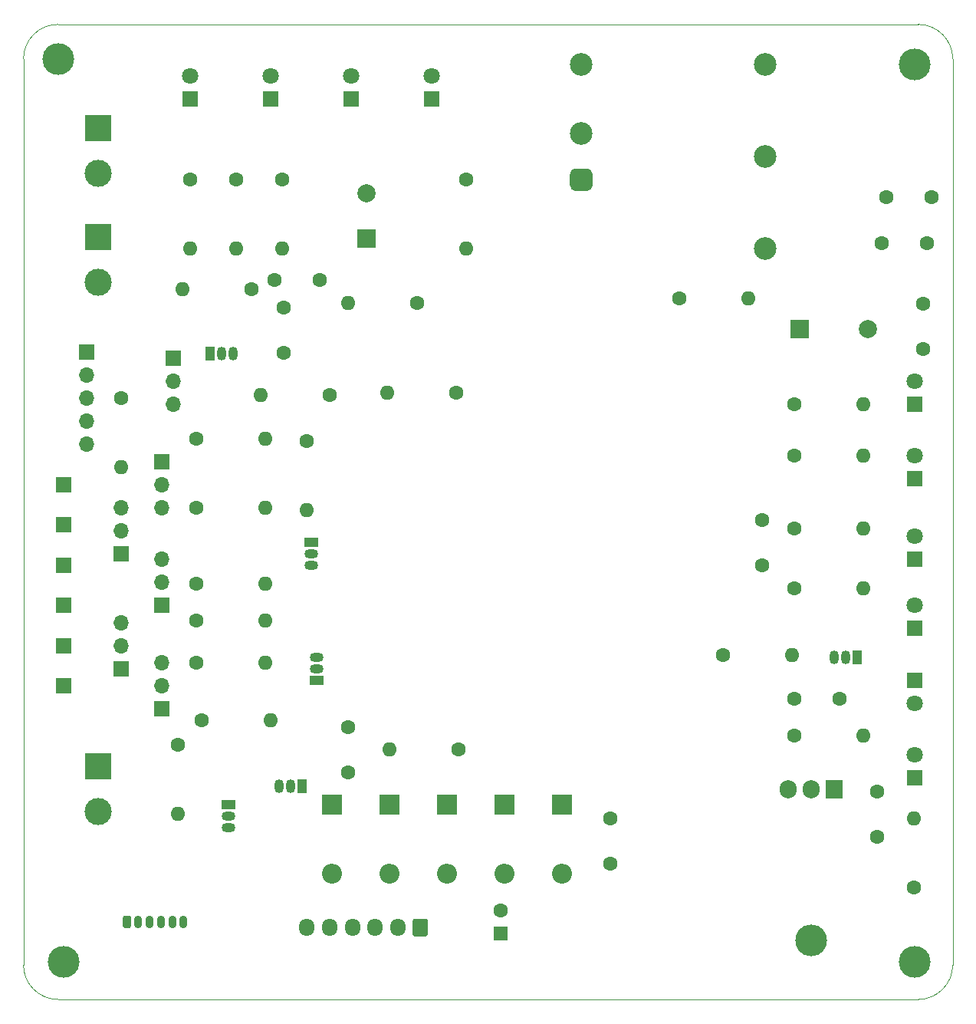
<source format=gbs>
%TF.GenerationSoftware,KiCad,Pcbnew,(5.1.10)-1*%
%TF.CreationDate,2021-11-21T12:30:28+02:00*%
%TF.ProjectId,217243401_Crawler_2021,32313732-3433-4343-9031-5f437261776c,rev?*%
%TF.SameCoordinates,Original*%
%TF.FileFunction,Soldermask,Bot*%
%TF.FilePolarity,Negative*%
%FSLAX46Y46*%
G04 Gerber Fmt 4.6, Leading zero omitted, Abs format (unit mm)*
G04 Created by KiCad (PCBNEW (5.1.10)-1) date 2021-11-21 12:30:28*
%MOMM*%
%LPD*%
G01*
G04 APERTURE LIST*
%TA.AperFunction,Profile*%
%ADD10C,0.050000*%
%TD*%
%ADD11C,3.500000*%
%ADD12R,2.000000X2.000000*%
%ADD13C,2.000000*%
%ADD14C,1.600000*%
%ADD15R,1.600000X1.600000*%
%ADD16C,1.800000*%
%ADD17R,1.800000X1.800000*%
%ADD18R,2.200000X2.200000*%
%ADD19O,2.200000X2.200000*%
%ADD20O,1.700000X1.950000*%
%ADD21O,0.900000X1.400000*%
%ADD22R,1.700000X1.700000*%
%ADD23O,1.700000X1.700000*%
%ADD24R,1.500000X1.050000*%
%ADD25O,1.500000X1.050000*%
%ADD26R,1.050000X1.500000*%
%ADD27O,1.050000X1.500000*%
%ADD28O,1.600000X1.600000*%
%ADD29O,3.500000X3.500000*%
%ADD30R,1.905000X2.000000*%
%ADD31O,1.905000X2.000000*%
%ADD32C,2.500000*%
%ADD33C,3.000000*%
%ADD34R,3.000000X3.000000*%
G04 APERTURE END LIST*
D10*
X76835000Y-46355000D02*
X171835000Y-46355000D01*
X73025000Y-150165000D02*
X73025000Y-50165000D01*
X171835000Y-153975000D02*
X76835000Y-153975000D01*
X175645000Y-50165000D02*
X175645000Y-150165000D01*
X171835000Y-46355000D02*
G75*
G02*
X175645000Y-50165000I0J-3810000D01*
G01*
X175645000Y-150165000D02*
G75*
G02*
X171835000Y-153975000I-3810000J0D01*
G01*
X76835000Y-153975000D02*
G75*
G02*
X73025000Y-150165000I0J3810000D01*
G01*
X73025000Y-50165000D02*
G75*
G02*
X76835000Y-46355000I3810000J0D01*
G01*
D11*
%TO.C,REF\u002A\u002A*%
X171450000Y-50800000D03*
%TD*%
%TO.C,REF\u002A\u002A*%
X76835000Y-50165000D03*
%TD*%
%TO.C,REF\u002A\u002A*%
X77470000Y-149860000D03*
%TD*%
%TO.C,REF\u002A\u002A*%
X171450000Y-149860000D03*
%TD*%
D12*
%TO.C,C1*%
X110871000Y-69977000D03*
D13*
X110871000Y-64977000D03*
%TD*%
D12*
%TO.C,C2*%
X158750000Y-80010000D03*
D13*
X166250000Y-80010000D03*
%TD*%
D14*
%TO.C,C3*%
X137795000Y-133985000D03*
X137795000Y-138985000D03*
%TD*%
%TO.C,C4*%
X154559000Y-106045000D03*
X154559000Y-101045000D03*
%TD*%
%TO.C,C5*%
X173275000Y-65405000D03*
X168275000Y-65405000D03*
%TD*%
%TO.C,C6*%
X105711000Y-74549000D03*
X100711000Y-74549000D03*
%TD*%
%TO.C,C7*%
X163115000Y-120777000D03*
X158115000Y-120777000D03*
%TD*%
D15*
%TO.C,C8*%
X125730000Y-146685000D03*
D14*
X125730000Y-144185000D03*
%TD*%
%TO.C,C9*%
X101727000Y-77597000D03*
X101727000Y-82597000D03*
%TD*%
%TO.C,C10*%
X167259000Y-136017000D03*
X167259000Y-131017000D03*
%TD*%
%TO.C,C11*%
X172339000Y-77169000D03*
X172339000Y-82169000D03*
%TD*%
%TO.C,C12*%
X172767000Y-70485000D03*
X167767000Y-70485000D03*
%TD*%
%TO.C,C13*%
X108839000Y-128905000D03*
X108839000Y-123905000D03*
%TD*%
D16*
%TO.C,D2*%
X171450000Y-85725000D03*
D17*
X171450000Y-88265000D03*
%TD*%
D16*
%TO.C,D5*%
X171450000Y-93980000D03*
D17*
X171450000Y-96520000D03*
%TD*%
%TO.C,D11*%
X171450000Y-105410000D03*
D16*
X171450000Y-102870000D03*
%TD*%
%TO.C,D13*%
X171450000Y-110490000D03*
D17*
X171450000Y-113030000D03*
%TD*%
%TO.C,D14*%
X171450000Y-118745000D03*
D16*
X171450000Y-121285000D03*
%TD*%
%TO.C,D15*%
X171450000Y-127000000D03*
D17*
X171450000Y-129540000D03*
%TD*%
D18*
%TO.C,Diode1*%
X132461000Y-132461000D03*
D19*
X132461000Y-140081000D03*
%TD*%
D18*
%TO.C,Diode3*%
X126111000Y-132461000D03*
D19*
X126111000Y-140081000D03*
%TD*%
%TO.C,Diode4*%
X119761000Y-140081000D03*
D18*
X119761000Y-132461000D03*
%TD*%
D19*
%TO.C,Diode6*%
X113411000Y-140081000D03*
D18*
X113411000Y-132461000D03*
%TD*%
%TO.C,Diode8*%
X107061000Y-132461000D03*
D19*
X107061000Y-140081000D03*
%TD*%
%TO.C,J1*%
G36*
G01*
X117690000Y-145325000D02*
X117690000Y-146775000D01*
G75*
G02*
X117440000Y-147025000I-250000J0D01*
G01*
X116240000Y-147025000D01*
G75*
G02*
X115990000Y-146775000I0J250000D01*
G01*
X115990000Y-145325000D01*
G75*
G02*
X116240000Y-145075000I250000J0D01*
G01*
X117440000Y-145075000D01*
G75*
G02*
X117690000Y-145325000I0J-250000D01*
G01*
G37*
D20*
X114340000Y-146050000D03*
X111840000Y-146050000D03*
X109340000Y-146050000D03*
X106840000Y-146050000D03*
X104340000Y-146050000D03*
%TD*%
%TO.C,J2*%
G36*
G01*
X84005000Y-145890000D02*
X84005000Y-144940000D01*
G75*
G02*
X84230000Y-144715000I225000J0D01*
G01*
X84680000Y-144715000D01*
G75*
G02*
X84905000Y-144940000I0J-225000D01*
G01*
X84905000Y-145890000D01*
G75*
G02*
X84680000Y-146115000I-225000J0D01*
G01*
X84230000Y-146115000D01*
G75*
G02*
X84005000Y-145890000I0J225000D01*
G01*
G37*
D21*
X85705000Y-145415000D03*
X86955000Y-145415000D03*
X88205000Y-145415000D03*
X89455000Y-145415000D03*
X90705000Y-145415000D03*
%TD*%
D22*
%TO.C,J3*%
X80010000Y-82550000D03*
D23*
X80010000Y-85090000D03*
X80010000Y-87630000D03*
X80010000Y-90170000D03*
X80010000Y-92710000D03*
%TD*%
D22*
%TO.C,JP1*%
X88265000Y-110490000D03*
D23*
X88265000Y-107950000D03*
X88265000Y-105410000D03*
%TD*%
%TO.C,JP2*%
X83820000Y-112395000D03*
X83820000Y-114935000D03*
D22*
X83820000Y-117475000D03*
%TD*%
%TO.C,JP3*%
X88265000Y-121920000D03*
D23*
X88265000Y-119380000D03*
X88265000Y-116840000D03*
%TD*%
%TO.C,JP4*%
X88265000Y-99695000D03*
X88265000Y-97155000D03*
D22*
X88265000Y-94615000D03*
%TD*%
D23*
%TO.C,JP5*%
X83820000Y-99695000D03*
X83820000Y-102235000D03*
D22*
X83820000Y-104775000D03*
%TD*%
%TO.C,JP6*%
X89535000Y-83185000D03*
D23*
X89535000Y-85725000D03*
X89535000Y-88265000D03*
%TD*%
D16*
%TO.C,LED1*%
X91440000Y-52070000D03*
D17*
X91440000Y-54610000D03*
%TD*%
%TO.C,LED2*%
X100330000Y-54610000D03*
D16*
X100330000Y-52070000D03*
%TD*%
D17*
%TO.C,LED3*%
X109220000Y-54610000D03*
D16*
X109220000Y-52070000D03*
%TD*%
D17*
%TO.C,LED4*%
X118110000Y-54610000D03*
D16*
X118110000Y-52070000D03*
%TD*%
D24*
%TO.C,Q1*%
X104775000Y-103505000D03*
D25*
X104775000Y-106045000D03*
X104775000Y-104775000D03*
%TD*%
D24*
%TO.C,Q2*%
X105410000Y-118745000D03*
D25*
X105410000Y-116205000D03*
X105410000Y-117475000D03*
%TD*%
%TO.C,Q3*%
X95631000Y-133731000D03*
X95631000Y-135001000D03*
D24*
X95631000Y-132461000D03*
%TD*%
D26*
%TO.C,Q4*%
X93599000Y-82677000D03*
D27*
X96139000Y-82677000D03*
X94869000Y-82677000D03*
%TD*%
%TO.C,Q5*%
X163830000Y-116205000D03*
X162560000Y-116205000D03*
D26*
X165100000Y-116205000D03*
%TD*%
D27*
%TO.C,Q6*%
X102489000Y-130429000D03*
X101219000Y-130429000D03*
D26*
X103759000Y-130429000D03*
%TD*%
D28*
%TO.C,R1*%
X108839000Y-77089000D03*
D14*
X116459000Y-77089000D03*
%TD*%
D28*
%TO.C,R2*%
X90551000Y-75565000D03*
D14*
X98171000Y-75565000D03*
%TD*%
D28*
%TO.C,R3*%
X113157000Y-86995000D03*
D14*
X120777000Y-86995000D03*
%TD*%
%TO.C,R4*%
X106807000Y-87249000D03*
D28*
X99187000Y-87249000D03*
%TD*%
%TO.C,R5*%
X153035000Y-76581000D03*
D14*
X145415000Y-76581000D03*
%TD*%
D28*
%TO.C,R6*%
X104267000Y-99949000D03*
D14*
X104267000Y-92329000D03*
%TD*%
%TO.C,R7*%
X158115000Y-88265000D03*
D28*
X165735000Y-88265000D03*
%TD*%
%TO.C,R8*%
X99695000Y-108077000D03*
D14*
X92075000Y-108077000D03*
%TD*%
%TO.C,R9*%
X92710000Y-123190000D03*
D28*
X100330000Y-123190000D03*
%TD*%
D14*
%TO.C,R10*%
X158115000Y-93980000D03*
D28*
X165735000Y-93980000D03*
%TD*%
D14*
%TO.C,R11*%
X91440000Y-63500000D03*
D28*
X91440000Y-71120000D03*
%TD*%
%TO.C,R12*%
X99695000Y-116840000D03*
D14*
X92075000Y-116840000D03*
%TD*%
%TO.C,R13*%
X90043000Y-125857000D03*
D28*
X90043000Y-133477000D03*
%TD*%
%TO.C,R14*%
X96520000Y-71120000D03*
D14*
X96520000Y-63500000D03*
%TD*%
%TO.C,R15*%
X101600000Y-63500000D03*
D28*
X101600000Y-71120000D03*
%TD*%
D14*
%TO.C,R16*%
X158115000Y-101981000D03*
D28*
X165735000Y-101981000D03*
%TD*%
%TO.C,R17*%
X121920000Y-71120000D03*
D14*
X121920000Y-63500000D03*
%TD*%
D28*
%TO.C,R18*%
X99695000Y-99695000D03*
D14*
X92075000Y-99695000D03*
%TD*%
D28*
%TO.C,R19*%
X99695000Y-92075000D03*
D14*
X92075000Y-92075000D03*
%TD*%
%TO.C,R20*%
X158115000Y-108585000D03*
D28*
X165735000Y-108585000D03*
%TD*%
D14*
%TO.C,R21*%
X92075000Y-112141000D03*
D28*
X99695000Y-112141000D03*
%TD*%
D14*
%TO.C,R22*%
X150241000Y-115951000D03*
D28*
X157861000Y-115951000D03*
%TD*%
%TO.C,R23*%
X165735000Y-124841000D03*
D14*
X158115000Y-124841000D03*
%TD*%
D28*
%TO.C,R24*%
X83820000Y-95250000D03*
D14*
X83820000Y-87630000D03*
%TD*%
%TO.C,R25*%
X121031000Y-126365000D03*
D28*
X113411000Y-126365000D03*
%TD*%
D14*
%TO.C,R26*%
X171323000Y-141605000D03*
D28*
X171323000Y-133985000D03*
%TD*%
D29*
%TO.C,U1*%
X160020000Y-147470000D03*
D30*
X162560000Y-130810000D03*
D31*
X160020000Y-130810000D03*
X157480000Y-130810000D03*
%TD*%
%TO.C,U2*%
G36*
G01*
X135245000Y-64750000D02*
X133995000Y-64750000D01*
G75*
G02*
X133370000Y-64125000I0J625000D01*
G01*
X133370000Y-62875000D01*
G75*
G02*
X133995000Y-62250000I625000J0D01*
G01*
X135245000Y-62250000D01*
G75*
G02*
X135870000Y-62875000I0J-625000D01*
G01*
X135870000Y-64125000D01*
G75*
G02*
X135245000Y-64750000I-625000J0D01*
G01*
G37*
D32*
X134620000Y-58420000D03*
X154940000Y-71120000D03*
X154940000Y-60960000D03*
X154940000Y-50800000D03*
X134620000Y-50800000D03*
%TD*%
D33*
%TO.C,X1-1*%
X81280000Y-74850000D03*
D34*
X81280000Y-69850000D03*
%TD*%
%TO.C,X1-3*%
X81280000Y-57785000D03*
D33*
X81280000Y-62785000D03*
%TD*%
D22*
%TO.C,X2-1*%
X77470000Y-97155000D03*
%TD*%
%TO.C,X2-2*%
X77470000Y-101600000D03*
%TD*%
%TO.C,X2-3*%
X77470000Y-106045000D03*
%TD*%
%TO.C,x3-1*%
X77470000Y-110490000D03*
%TD*%
%TO.C,X3-2*%
X77470000Y-114935000D03*
%TD*%
%TO.C,X3-3*%
X77470000Y-119380000D03*
%TD*%
D34*
%TO.C,X5-1*%
X81280000Y-128270000D03*
D33*
X81280000Y-133270000D03*
%TD*%
M02*

</source>
